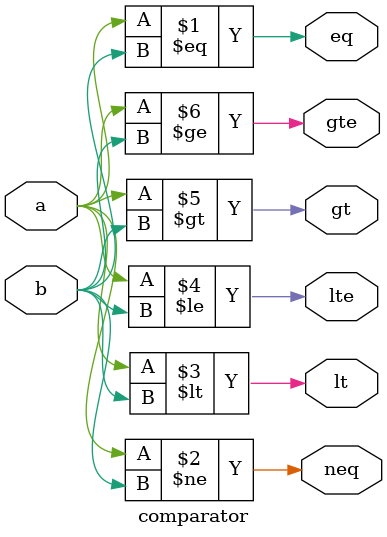
<source format=sv>

module comparator #(parameter N = 1)
		(input logic [N-1:0] a, b,
		 output logic eq, neq, lt, lte, gt, gte);

	assign eq	= (a == b);
	assign neq	= (a != b);
	assign lt	= (a < b);
	assign lte	= (a <= b);
	assign gt	= (a > b);
	assign gte	= (a >= b);

endmodule
</source>
